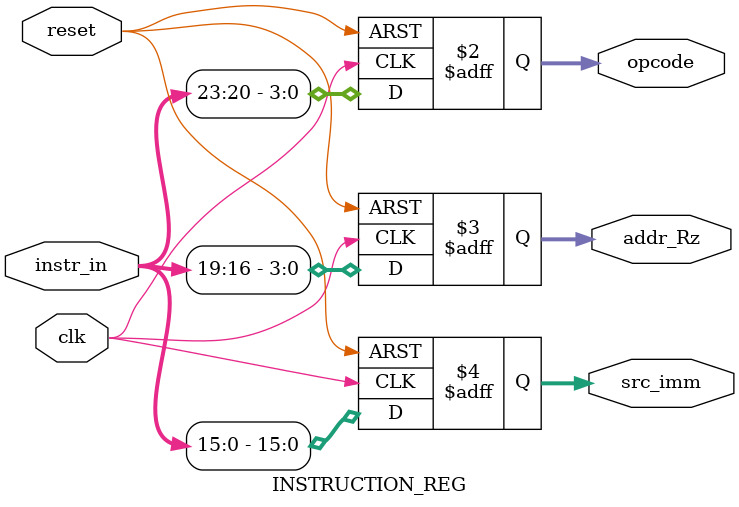
<source format=v>
`timescale 1ns / 1ps


module INSTRUCTION_REG(
    input clk,
    input reset,
    input [23:0] instr_in, // Fetched from Instruction Memory
    output reg [3:0] opcode,
    output reg [3:0] addr_Rz,
    output reg [15:0] src_imm
);
    always @(posedge clk or posedge reset) begin
        if (reset) begin
            opcode <= 4'h0;
            addr_Rz <= 4'h0;
            src_imm <= 16'h0;
        end else begin
            opcode <= instr_in[23:20];    // Extract Opcode [cite: 65]
            addr_Rz <= instr_in[19:16];   // Extract Destination [cite: 65]
            src_imm <= instr_in[15:0];    // Extract Source/Address/Immediate [cite: 66]
        end
    end
endmodule

</source>
